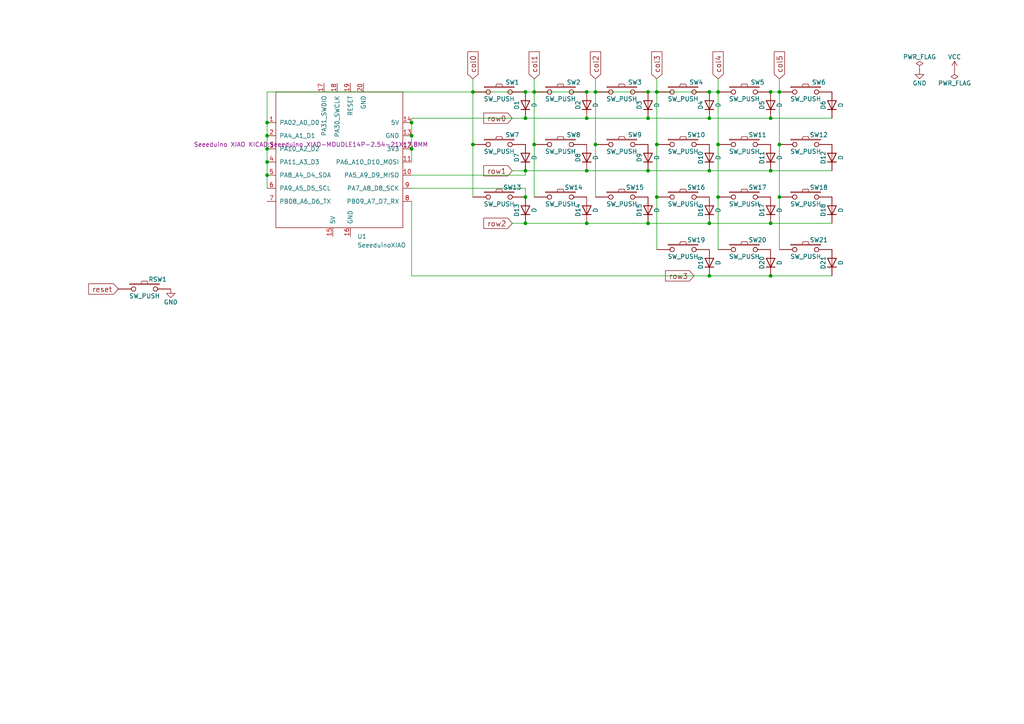
<source format=kicad_sch>
(kicad_sch (version 20211123) (generator eeschema)

  (uuid 1e280ffd-1395-40a5-940b-d30fdbbafa76)

  (paper "A4")

  (title_block
    (title "Corne Classic")
    (date "2018-08-24")
    (rev "2.0")
    (company "foostan")
  )

  (lib_symbols
    (symbol "Device:D" (pin_numbers hide) (pin_names (offset 1.016) hide) (in_bom yes) (on_board yes)
      (property "Reference" "D" (id 0) (at 0 2.54 0)
        (effects (font (size 1.27 1.27)))
      )
      (property "Value" "D" (id 1) (at 0 -2.54 0)
        (effects (font (size 1.27 1.27)))
      )
      (property "Footprint" "" (id 2) (at 0 0 0)
        (effects (font (size 1.27 1.27)) hide)
      )
      (property "Datasheet" "~" (id 3) (at 0 0 0)
        (effects (font (size 1.27 1.27)) hide)
      )
      (property "ki_keywords" "diode" (id 4) (at 0 0 0)
        (effects (font (size 1.27 1.27)) hide)
      )
      (property "ki_description" "Diode" (id 5) (at 0 0 0)
        (effects (font (size 1.27 1.27)) hide)
      )
      (property "ki_fp_filters" "TO-???* *_Diode_* *SingleDiode* D_*" (id 6) (at 0 0 0)
        (effects (font (size 1.27 1.27)) hide)
      )
      (symbol "D_0_1"
        (polyline
          (pts
            (xy -1.27 1.27)
            (xy -1.27 -1.27)
          )
          (stroke (width 0.254) (type default) (color 0 0 0 0))
          (fill (type none))
        )
        (polyline
          (pts
            (xy 1.27 0)
            (xy -1.27 0)
          )
          (stroke (width 0) (type default) (color 0 0 0 0))
          (fill (type none))
        )
        (polyline
          (pts
            (xy 1.27 1.27)
            (xy 1.27 -1.27)
            (xy -1.27 0)
            (xy 1.27 1.27)
          )
          (stroke (width 0.254) (type default) (color 0 0 0 0))
          (fill (type none))
        )
      )
      (symbol "D_1_1"
        (pin passive line (at -3.81 0 0) (length 2.54)
          (name "K" (effects (font (size 1.27 1.27))))
          (number "1" (effects (font (size 1.27 1.27))))
        )
        (pin passive line (at 3.81 0 180) (length 2.54)
          (name "A" (effects (font (size 1.27 1.27))))
          (number "2" (effects (font (size 1.27 1.27))))
        )
      )
    )
    (symbol "Seeeduino XIAO:SeeeduinoXIAO" (pin_names (offset 1.016)) (in_bom yes) (on_board yes)
      (property "Reference" "U" (id 0) (at -19.05 22.86 0)
        (effects (font (size 1.27 1.27)))
      )
      (property "Value" "SeeeduinoXIAO" (id 1) (at -12.7 21.59 0)
        (effects (font (size 1.27 1.27)))
      )
      (property "Footprint" "" (id 2) (at -8.89 5.08 0)
        (effects (font (size 1.27 1.27)) hide)
      )
      (property "Datasheet" "" (id 3) (at -8.89 5.08 0)
        (effects (font (size 1.27 1.27)) hide)
      )
      (symbol "SeeeduinoXIAO_0_1"
        (rectangle (start -19.05 20.32) (end 17.78 -19.05)
          (stroke (width 0) (type default) (color 0 0 0 0))
          (fill (type none))
        )
      )
      (symbol "SeeeduinoXIAO_1_1"
        (pin unspecified line (at -21.59 11.43 0) (length 2.54)
          (name "PA02_A0_D0" (effects (font (size 1.27 1.27))))
          (number "1" (effects (font (size 1.27 1.27))))
        )
        (pin unspecified line (at 20.32 -3.81 180) (length 2.54)
          (name "PA5_A9_D9_MISO" (effects (font (size 1.27 1.27))))
          (number "10" (effects (font (size 1.27 1.27))))
        )
        (pin unspecified line (at 20.32 0 180) (length 2.54)
          (name "PA6_A10_D10_MOSI" (effects (font (size 1.27 1.27))))
          (number "11" (effects (font (size 1.27 1.27))))
        )
        (pin unspecified line (at 20.32 3.81 180) (length 2.54)
          (name "3V3" (effects (font (size 1.27 1.27))))
          (number "12" (effects (font (size 1.27 1.27))))
        )
        (pin unspecified line (at 20.32 7.62 180) (length 2.54)
          (name "GND" (effects (font (size 1.27 1.27))))
          (number "13" (effects (font (size 1.27 1.27))))
        )
        (pin unspecified line (at 20.32 11.43 180) (length 2.54)
          (name "5V" (effects (font (size 1.27 1.27))))
          (number "14" (effects (font (size 1.27 1.27))))
        )
        (pin input line (at -2.54 -21.59 90) (length 2.54)
          (name "5V" (effects (font (size 1.27 1.27))))
          (number "15" (effects (font (size 1.27 1.27))))
        )
        (pin input line (at 2.54 -21.59 90) (length 2.54)
          (name "GND" (effects (font (size 1.27 1.27))))
          (number "16" (effects (font (size 1.27 1.27))))
        )
        (pin input line (at -5.08 22.86 270) (length 2.54)
          (name "PA31_SWDIO" (effects (font (size 1.27 1.27))))
          (number "17" (effects (font (size 1.27 1.27))))
        )
        (pin input line (at -1.27 22.86 270) (length 2.54)
          (name "PA30_SWCLK" (effects (font (size 1.27 1.27))))
          (number "18" (effects (font (size 1.27 1.27))))
        )
        (pin input line (at 2.54 22.86 270) (length 2.54)
          (name "RESET" (effects (font (size 1.27 1.27))))
          (number "19" (effects (font (size 1.27 1.27))))
        )
        (pin unspecified line (at -21.59 7.62 0) (length 2.54)
          (name "PA4_A1_D1" (effects (font (size 1.27 1.27))))
          (number "2" (effects (font (size 1.27 1.27))))
        )
        (pin input line (at 6.35 22.86 270) (length 2.54)
          (name "GND" (effects (font (size 1.27 1.27))))
          (number "20" (effects (font (size 1.27 1.27))))
        )
        (pin unspecified line (at -21.59 3.81 0) (length 2.54)
          (name "PA10_A2_D2" (effects (font (size 1.27 1.27))))
          (number "3" (effects (font (size 1.27 1.27))))
        )
        (pin unspecified line (at -21.59 0 0) (length 2.54)
          (name "PA11_A3_D3" (effects (font (size 1.27 1.27))))
          (number "4" (effects (font (size 1.27 1.27))))
        )
        (pin unspecified line (at -21.59 -3.81 0) (length 2.54)
          (name "PA8_A4_D4_SDA" (effects (font (size 1.27 1.27))))
          (number "5" (effects (font (size 1.27 1.27))))
        )
        (pin unspecified line (at -21.59 -7.62 0) (length 2.54)
          (name "PA9_A5_D5_SCL" (effects (font (size 1.27 1.27))))
          (number "6" (effects (font (size 1.27 1.27))))
        )
        (pin unspecified line (at -21.59 -11.43 0) (length 2.54)
          (name "PB08_A6_D6_TX" (effects (font (size 1.27 1.27))))
          (number "7" (effects (font (size 1.27 1.27))))
        )
        (pin unspecified line (at 20.32 -11.43 180) (length 2.54)
          (name "PB09_A7_D7_RX" (effects (font (size 1.27 1.27))))
          (number "8" (effects (font (size 1.27 1.27))))
        )
        (pin unspecified line (at 20.32 -7.62 180) (length 2.54)
          (name "PA7_A8_D8_SCK" (effects (font (size 1.27 1.27))))
          (number "9" (effects (font (size 1.27 1.27))))
        )
      )
    )
    (symbol "corne-classic-rescue:SW_PUSH-kbd" (pin_numbers hide) (pin_names (offset 1.016) hide) (in_bom yes) (on_board yes)
      (property "Reference" "SW" (id 0) (at 3.81 2.794 0)
        (effects (font (size 1.27 1.27)))
      )
      (property "Value" "SW_PUSH-kbd" (id 1) (at 0 -2.032 0)
        (effects (font (size 1.27 1.27)))
      )
      (property "Footprint" "" (id 2) (at 0 0 0)
        (effects (font (size 1.27 1.27)))
      )
      (property "Datasheet" "" (id 3) (at 0 0 0)
        (effects (font (size 1.27 1.27)))
      )
      (symbol "SW_PUSH-kbd_0_1"
        (rectangle (start -4.318 1.27) (end 4.318 1.524)
          (stroke (width 0) (type default) (color 0 0 0 0))
          (fill (type none))
        )
        (polyline
          (pts
            (xy -1.016 1.524)
            (xy -0.762 2.286)
            (xy 0.762 2.286)
            (xy 1.016 1.524)
          )
          (stroke (width 0) (type default) (color 0 0 0 0))
          (fill (type none))
        )
        (pin passive inverted (at -7.62 0 0) (length 5.08)
          (name "1" (effects (font (size 1.27 1.27))))
          (number "1" (effects (font (size 1.27 1.27))))
        )
        (pin passive inverted (at 7.62 0 180) (length 5.08)
          (name "2" (effects (font (size 1.27 1.27))))
          (number "2" (effects (font (size 1.27 1.27))))
        )
      )
    )
    (symbol "power:GND" (power) (pin_names (offset 0)) (in_bom yes) (on_board yes)
      (property "Reference" "#PWR" (id 0) (at 0 -6.35 0)
        (effects (font (size 1.27 1.27)) hide)
      )
      (property "Value" "GND" (id 1) (at 0 -3.81 0)
        (effects (font (size 1.27 1.27)))
      )
      (property "Footprint" "" (id 2) (at 0 0 0)
        (effects (font (size 1.27 1.27)) hide)
      )
      (property "Datasheet" "" (id 3) (at 0 0 0)
        (effects (font (size 1.27 1.27)) hide)
      )
      (property "ki_keywords" "power-flag" (id 4) (at 0 0 0)
        (effects (font (size 1.27 1.27)) hide)
      )
      (property "ki_description" "Power symbol creates a global label with name \"GND\" , ground" (id 5) (at 0 0 0)
        (effects (font (size 1.27 1.27)) hide)
      )
      (symbol "GND_0_1"
        (polyline
          (pts
            (xy 0 0)
            (xy 0 -1.27)
            (xy 1.27 -1.27)
            (xy 0 -2.54)
            (xy -1.27 -1.27)
            (xy 0 -1.27)
          )
          (stroke (width 0) (type default) (color 0 0 0 0))
          (fill (type none))
        )
      )
      (symbol "GND_1_1"
        (pin power_in line (at 0 0 270) (length 0) hide
          (name "GND" (effects (font (size 1.27 1.27))))
          (number "1" (effects (font (size 1.27 1.27))))
        )
      )
    )
    (symbol "power:PWR_FLAG" (power) (pin_numbers hide) (pin_names (offset 0) hide) (in_bom yes) (on_board yes)
      (property "Reference" "#FLG" (id 0) (at 0 1.905 0)
        (effects (font (size 1.27 1.27)) hide)
      )
      (property "Value" "PWR_FLAG" (id 1) (at 0 3.81 0)
        (effects (font (size 1.27 1.27)))
      )
      (property "Footprint" "" (id 2) (at 0 0 0)
        (effects (font (size 1.27 1.27)) hide)
      )
      (property "Datasheet" "~" (id 3) (at 0 0 0)
        (effects (font (size 1.27 1.27)) hide)
      )
      (property "ki_keywords" "power-flag" (id 4) (at 0 0 0)
        (effects (font (size 1.27 1.27)) hide)
      )
      (property "ki_description" "Special symbol for telling ERC where power comes from" (id 5) (at 0 0 0)
        (effects (font (size 1.27 1.27)) hide)
      )
      (symbol "PWR_FLAG_0_0"
        (pin power_out line (at 0 0 90) (length 0)
          (name "pwr" (effects (font (size 1.27 1.27))))
          (number "1" (effects (font (size 1.27 1.27))))
        )
      )
      (symbol "PWR_FLAG_0_1"
        (polyline
          (pts
            (xy 0 0)
            (xy 0 1.27)
            (xy -1.016 1.905)
            (xy 0 2.54)
            (xy 1.016 1.905)
            (xy 0 1.27)
          )
          (stroke (width 0) (type default) (color 0 0 0 0))
          (fill (type none))
        )
      )
    )
    (symbol "power:VCC" (power) (pin_names (offset 0)) (in_bom yes) (on_board yes)
      (property "Reference" "#PWR" (id 0) (at 0 -3.81 0)
        (effects (font (size 1.27 1.27)) hide)
      )
      (property "Value" "VCC" (id 1) (at 0 3.81 0)
        (effects (font (size 1.27 1.27)))
      )
      (property "Footprint" "" (id 2) (at 0 0 0)
        (effects (font (size 1.27 1.27)) hide)
      )
      (property "Datasheet" "" (id 3) (at 0 0 0)
        (effects (font (size 1.27 1.27)) hide)
      )
      (property "ki_keywords" "power-flag" (id 4) (at 0 0 0)
        (effects (font (size 1.27 1.27)) hide)
      )
      (property "ki_description" "Power symbol creates a global label with name \"VCC\"" (id 5) (at 0 0 0)
        (effects (font (size 1.27 1.27)) hide)
      )
      (symbol "VCC_0_1"
        (polyline
          (pts
            (xy -0.762 1.27)
            (xy 0 2.54)
          )
          (stroke (width 0) (type default) (color 0 0 0 0))
          (fill (type none))
        )
        (polyline
          (pts
            (xy 0 0)
            (xy 0 2.54)
          )
          (stroke (width 0) (type default) (color 0 0 0 0))
          (fill (type none))
        )
        (polyline
          (pts
            (xy 0 2.54)
            (xy 0.762 1.27)
          )
          (stroke (width 0) (type default) (color 0 0 0 0))
          (fill (type none))
        )
      )
      (symbol "VCC_1_1"
        (pin power_in line (at 0 0 90) (length 0) hide
          (name "VCC" (effects (font (size 1.27 1.27))))
          (number "1" (effects (font (size 1.27 1.27))))
        )
      )
    )
  )

  (junction (at 77.47 35.56) (diameter 0) (color 0 0 0 0)
    (uuid 0897f68b-91ef-46f2-a490-76fe0e7bdb8d)
  )
  (junction (at 226.06 26.67) (diameter 0) (color 0 0 0 0)
    (uuid 0f7a31a1-131a-41f4-b0c8-d197290ef249)
  )
  (junction (at 208.28 57.15) (diameter 0) (color 0 0 0 0)
    (uuid 10e66d38-7f93-4748-9a07-ccebece37c29)
  )
  (junction (at 223.52 34.29) (diameter 0) (color 0 0 0 0)
    (uuid 160804b6-2038-490d-90b3-0771f197fd75)
  )
  (junction (at 208.28 26.67) (diameter 0) (color 0 0 0 0)
    (uuid 1acd1cd0-2d6c-4832-9b6c-3ef1af8773f8)
  )
  (junction (at 190.5 57.15) (diameter 0) (color 0 0 0 0)
    (uuid 1ba18bdd-f8ed-430a-be21-e9b6a7dd0ef6)
  )
  (junction (at 77.47 50.8) (diameter 0) (color 0 0 0 0)
    (uuid 2002f1fe-d690-4c3a-9a0f-a4df180ccb4d)
  )
  (junction (at 77.47 39.37) (diameter 0) (color 0 0 0 0)
    (uuid 22be6435-2931-4ba2-99f6-0c6a7d1daf0e)
  )
  (junction (at 187.96 64.77) (diameter 0) (color 0 0 0 0)
    (uuid 2c636696-abb2-4ec6-8b49-e3cfc2fd128f)
  )
  (junction (at 187.96 34.29) (diameter 0) (color 0 0 0 0)
    (uuid 2f1c5379-d58e-4579-8f34-610c85611f0d)
  )
  (junction (at 223.52 64.77) (diameter 0) (color 0 0 0 0)
    (uuid 2f8ed32e-9cf1-4f55-9502-f2ee5aa38c7e)
  )
  (junction (at 205.74 64.77) (diameter 0) (color 0 0 0 0)
    (uuid 3d7260e7-78ba-44b9-b006-f1c24bea106c)
  )
  (junction (at 77.47 43.18) (diameter 0) (color 0 0 0 0)
    (uuid 3ddeaab1-abd9-482c-8f0d-a9c98879d7f0)
  )
  (junction (at 154.94 41.91) (diameter 0) (color 0 0 0 0)
    (uuid 40933114-4ee7-4897-9d6e-78fd023e1d67)
  )
  (junction (at 223.52 80.01) (diameter 0) (color 0 0 0 0)
    (uuid 4158b999-b1ac-4e13-9491-4acfa6a6244e)
  )
  (junction (at 154.94 26.67) (diameter 0) (color 0 0 0 0)
    (uuid 425ee43c-b0f1-47e4-91c7-e8aa39e84098)
  )
  (junction (at 226.06 57.15) (diameter 0) (color 0 0 0 0)
    (uuid 44988a2c-1fdf-47e1-8ec6-bc3bf4791bdc)
  )
  (junction (at 208.28 41.91) (diameter 0) (color 0 0 0 0)
    (uuid 48f65dbf-fea3-4a21-a497-35a9cf350d2d)
  )
  (junction (at 119.38 35.56) (diameter 0) (color 0 0 0 0)
    (uuid 4bd2bfd2-59b6-4204-ac33-b128de5c5f96)
  )
  (junction (at 170.18 64.77) (diameter 0) (color 0 0 0 0)
    (uuid 55fddf96-2d62-4b77-bd07-6e32776100f6)
  )
  (junction (at 223.52 26.67) (diameter 0) (color 0 0 0 0)
    (uuid 626faa4a-8588-40e8-b331-043d8c3d3bfb)
  )
  (junction (at 205.74 80.01) (diameter 0) (color 0 0 0 0)
    (uuid 66b5e076-bef1-427c-9117-e851ff276163)
  )
  (junction (at 152.4 64.77) (diameter 0) (color 0 0 0 0)
    (uuid 6bd4e9cf-c219-4645-a62a-c7aa3af7c31c)
  )
  (junction (at 152.4 26.67) (diameter 0) (color 0 0 0 0)
    (uuid 6dd0f6af-85cd-4a63-87c6-4c685e1a7b43)
  )
  (junction (at 187.96 49.53) (diameter 0) (color 0 0 0 0)
    (uuid 72f36c34-de05-46dd-9743-5455cabd2e34)
  )
  (junction (at 205.74 49.53) (diameter 0) (color 0 0 0 0)
    (uuid 75f84286-cea4-48b1-a3bf-2d4342117eb6)
  )
  (junction (at 205.74 34.29) (diameter 0) (color 0 0 0 0)
    (uuid 826f86f6-7d5a-4763-8094-b76f57004604)
  )
  (junction (at 205.74 26.67) (diameter 0) (color 0 0 0 0)
    (uuid 8481ab93-08bf-4d1f-810b-dbf0422a2a5e)
  )
  (junction (at 190.5 26.67) (diameter 0) (color 0 0 0 0)
    (uuid 884855da-303d-4f27-b30f-99a99853d571)
  )
  (junction (at 152.4 34.29) (diameter 0) (color 0 0 0 0)
    (uuid 9432e3b7-607a-4e1e-a117-68464504c280)
  )
  (junction (at 152.4 49.53) (diameter 0) (color 0 0 0 0)
    (uuid a0b84d7d-0bd2-40e1-861c-fb03f144eb95)
  )
  (junction (at 223.52 49.53) (diameter 0) (color 0 0 0 0)
    (uuid af12c6c3-1387-46ab-9d8c-c29c2c5d2bf3)
  )
  (junction (at 137.16 26.67) (diameter 0) (color 0 0 0 0)
    (uuid af59b8f9-deb6-442d-9e2c-cd372bba7170)
  )
  (junction (at 190.5 41.91) (diameter 0) (color 0 0 0 0)
    (uuid b121e5b4-0d1c-47e3-9acf-424eb058ddc7)
  )
  (junction (at 170.18 26.67) (diameter 0) (color 0 0 0 0)
    (uuid bbbde949-3164-4e33-a026-d8665a5de2bc)
  )
  (junction (at 77.47 46.99) (diameter 0) (color 0 0 0 0)
    (uuid bd39dd8a-cd2d-4c19-bb31-d9ad0e68e2e1)
  )
  (junction (at 187.96 26.67) (diameter 0) (color 0 0 0 0)
    (uuid c0bcd972-c040-4416-ac9c-96b2a1182626)
  )
  (junction (at 170.18 34.29) (diameter 0) (color 0 0 0 0)
    (uuid cbed0f32-1d4d-4262-90ae-80f1aa1ac00e)
  )
  (junction (at 172.72 26.67) (diameter 0) (color 0 0 0 0)
    (uuid ce88e83f-ef1b-47a5-8054-4a4812ffbfdc)
  )
  (junction (at 226.06 41.91) (diameter 0) (color 0 0 0 0)
    (uuid d22f06ba-03e8-4dfa-ac28-8b24e82091ba)
  )
  (junction (at 152.4 57.15) (diameter 0) (color 0 0 0 0)
    (uuid e8c47d6f-e4c4-4f16-8153-7b9125fce49e)
  )
  (junction (at 119.38 43.18) (diameter 0) (color 0 0 0 0)
    (uuid eeb57790-39ab-498c-a0ad-54c19ab66bef)
  )
  (junction (at 137.16 41.91) (diameter 0) (color 0 0 0 0)
    (uuid f0841946-b5e2-47c1-8735-5596c37b73c7)
  )
  (junction (at 119.38 39.37) (diameter 0) (color 0 0 0 0)
    (uuid f96df228-4476-4af6-8660-4b974e9eec08)
  )
  (junction (at 172.72 41.91) (diameter 0) (color 0 0 0 0)
    (uuid fa2f7d97-c579-4cdf-8393-c9f6b70c4e32)
  )
  (junction (at 170.18 49.53) (diameter 0) (color 0 0 0 0)
    (uuid fc58873d-8764-4778-afa3-233cfb5be235)
  )

  (wire (pts (xy 148.59 49.53) (xy 152.4 49.53))
    (stroke (width 0) (type default) (color 0 0 0 0))
    (uuid 0083ed4b-2932-4e6b-a1b0-d28cd4e39ed4)
  )
  (wire (pts (xy 187.96 64.77) (xy 205.74 64.77))
    (stroke (width 0) (type default) (color 0 0 0 0))
    (uuid 00cfa32f-aaf0-4c7c-a996-6d6067ed680c)
  )
  (wire (pts (xy 187.96 49.53) (xy 205.74 49.53))
    (stroke (width 0) (type default) (color 0 0 0 0))
    (uuid 0375aa77-74da-4e08-99b2-f65823edc6da)
  )
  (wire (pts (xy 137.16 26.67) (xy 137.16 41.91))
    (stroke (width 0) (type default) (color 0 0 0 0))
    (uuid 0b08cc0c-8ed5-4619-bff4-a0461f298cf3)
  )
  (wire (pts (xy 190.5 26.67) (xy 190.5 41.91))
    (stroke (width 0) (type default) (color 0 0 0 0))
    (uuid 1fd1808c-dbdf-4111-be1f-8f7321f87fa2)
  )
  (wire (pts (xy 223.52 64.77) (xy 241.3 64.77))
    (stroke (width 0) (type default) (color 0 0 0 0))
    (uuid 2175dcab-a6b7-4f74-871b-e6aaf4f46441)
  )
  (wire (pts (xy 77.47 50.8) (xy 77.47 54.61))
    (stroke (width 0) (type default) (color 0 0 0 0))
    (uuid 2312022b-735f-4ea6-9153-a77d264f0bf0)
  )
  (wire (pts (xy 154.94 22.86) (xy 154.94 26.67))
    (stroke (width 0) (type default) (color 0 0 0 0))
    (uuid 274fdb9e-527f-4476-879a-30bce1c7ef8a)
  )
  (wire (pts (xy 119.38 80.01) (xy 205.74 80.01))
    (stroke (width 0) (type default) (color 0 0 0 0))
    (uuid 293a663f-a66c-40ca-8cfe-ecceaa98bc86)
  )
  (wire (pts (xy 208.28 41.91) (xy 208.28 57.15))
    (stroke (width 0) (type default) (color 0 0 0 0))
    (uuid 2e37fe2d-af4b-4cad-aaf0-3d2daf9544c6)
  )
  (wire (pts (xy 77.47 35.56) (xy 77.47 26.67))
    (stroke (width 0) (type default) (color 0 0 0 0))
    (uuid 2f2a5af0-fda7-4d94-907d-a5d969b3125a)
  )
  (wire (pts (xy 172.72 41.91) (xy 172.72 57.15))
    (stroke (width 0) (type default) (color 0 0 0 0))
    (uuid 31ec4a44-f253-4f06-a38b-e4652425d6f4)
  )
  (wire (pts (xy 154.94 41.91) (xy 154.94 57.15))
    (stroke (width 0) (type default) (color 0 0 0 0))
    (uuid 32c24569-af21-47f8-b2f6-499119d926c8)
  )
  (wire (pts (xy 205.74 34.29) (xy 223.52 34.29))
    (stroke (width 0) (type default) (color 0 0 0 0))
    (uuid 33e43625-3a2a-4697-b239-0dd07d97ff7c)
  )
  (wire (pts (xy 172.72 26.67) (xy 172.72 41.91))
    (stroke (width 0) (type default) (color 0 0 0 0))
    (uuid 355ac50c-97be-4e1b-9907-37aa639ae624)
  )
  (wire (pts (xy 119.38 34.29) (xy 152.4 34.29))
    (stroke (width 0) (type default) (color 0 0 0 0))
    (uuid 37d8d5b6-a740-4543-9138-aeb552299433)
  )
  (wire (pts (xy 119.38 35.56) (xy 119.38 34.29))
    (stroke (width 0) (type default) (color 0 0 0 0))
    (uuid 3f95c9b8-6a48-4dee-9bad-0b1170ccb13c)
  )
  (wire (pts (xy 170.18 34.29) (xy 187.96 34.29))
    (stroke (width 0) (type default) (color 0 0 0 0))
    (uuid 435f280b-b541-4a20-8f5a-cf417264bbf4)
  )
  (wire (pts (xy 77.47 46.99) (xy 77.47 50.8))
    (stroke (width 0) (type default) (color 0 0 0 0))
    (uuid 441e9dd0-c462-443e-9e43-f47df9050bdf)
  )
  (wire (pts (xy 205.74 26.67) (xy 208.28 26.67))
    (stroke (width 0) (type default) (color 0 0 0 0))
    (uuid 4497d799-df94-4a1a-a812-8ea535b30260)
  )
  (wire (pts (xy 77.47 43.18) (xy 77.47 46.99))
    (stroke (width 0) (type default) (color 0 0 0 0))
    (uuid 468f699d-0ec1-430a-8aef-2ed9fba78721)
  )
  (wire (pts (xy 170.18 64.77) (xy 187.96 64.77))
    (stroke (width 0) (type default) (color 0 0 0 0))
    (uuid 53bc6937-bb28-4a3e-a5da-dbbd771d3fa5)
  )
  (wire (pts (xy 77.47 26.67) (xy 137.16 26.67))
    (stroke (width 0) (type default) (color 0 0 0 0))
    (uuid 5570ea02-a068-4aaa-b80d-6de64a7607f1)
  )
  (wire (pts (xy 148.59 64.77) (xy 152.4 64.77))
    (stroke (width 0) (type default) (color 0 0 0 0))
    (uuid 568ab366-419d-4f83-b485-3a49663c465c)
  )
  (wire (pts (xy 152.4 26.67) (xy 154.94 26.67))
    (stroke (width 0) (type default) (color 0 0 0 0))
    (uuid 5701eac0-dd5c-4a0f-8f82-04c19c01d854)
  )
  (wire (pts (xy 137.16 26.67) (xy 152.4 26.67))
    (stroke (width 0) (type default) (color 0 0 0 0))
    (uuid 5b8d3e8a-0e02-49d4-b698-141b9ab0386f)
  )
  (wire (pts (xy 205.74 80.01) (xy 223.52 80.01))
    (stroke (width 0) (type default) (color 0 0 0 0))
    (uuid 5d4fb932-e45d-4463-a18b-b4458fd55b06)
  )
  (wire (pts (xy 170.18 49.53) (xy 187.96 49.53))
    (stroke (width 0) (type default) (color 0 0 0 0))
    (uuid 63cdea44-1a2c-47d2-b246-71a9bbc8e3fb)
  )
  (wire (pts (xy 172.72 26.67) (xy 187.96 26.67))
    (stroke (width 0) (type default) (color 0 0 0 0))
    (uuid 6523d94a-2a08-4d25-9a01-c40e1234c3b7)
  )
  (wire (pts (xy 223.52 34.29) (xy 241.3 34.29))
    (stroke (width 0) (type default) (color 0 0 0 0))
    (uuid 68c2e84d-f71e-4bde-abe2-93d45556ea92)
  )
  (wire (pts (xy 226.06 57.15) (xy 226.06 72.39))
    (stroke (width 0) (type default) (color 0 0 0 0))
    (uuid 71ab8b51-0882-4931-acdf-da6fe095d826)
  )
  (wire (pts (xy 119.38 58.42) (xy 119.38 80.01))
    (stroke (width 0) (type default) (color 0 0 0 0))
    (uuid 7973d876-5ffa-481f-ab6d-98e85e906c60)
  )
  (wire (pts (xy 152.4 49.53) (xy 170.18 49.53))
    (stroke (width 0) (type default) (color 0 0 0 0))
    (uuid 7e8ade2c-1a83-436a-a5ef-3397c7137506)
  )
  (wire (pts (xy 152.4 64.77) (xy 170.18 64.77))
    (stroke (width 0) (type default) (color 0 0 0 0))
    (uuid 7ea26876-2445-4e14-8531-fbc8f5930ea1)
  )
  (wire (pts (xy 152.4 34.29) (xy 170.18 34.29))
    (stroke (width 0) (type default) (color 0 0 0 0))
    (uuid 82d2ea52-f855-431f-9825-e6533fbb4a33)
  )
  (wire (pts (xy 190.5 41.91) (xy 190.5 57.15))
    (stroke (width 0) (type default) (color 0 0 0 0))
    (uuid 88c21f82-e8e9-4a63-9d17-2fdcac84d984)
  )
  (wire (pts (xy 223.52 80.01) (xy 241.3 80.01))
    (stroke (width 0) (type default) (color 0 0 0 0))
    (uuid 8f08755f-4eb8-49cf-aee0-0edcee6188b6)
  )
  (wire (pts (xy 137.16 22.86) (xy 137.16 26.67))
    (stroke (width 0) (type default) (color 0 0 0 0))
    (uuid 8f59608c-3f16-41cc-b3ba-32e942c68796)
  )
  (wire (pts (xy 208.28 26.67) (xy 208.28 41.91))
    (stroke (width 0) (type default) (color 0 0 0 0))
    (uuid 910c7edc-991a-42c6-a872-6b530cabc657)
  )
  (wire (pts (xy 208.28 57.15) (xy 208.28 72.39))
    (stroke (width 0) (type default) (color 0 0 0 0))
    (uuid 95e8a4c1-15d6-430f-81e5-71611b339836)
  )
  (wire (pts (xy 152.4 54.61) (xy 152.4 57.15))
    (stroke (width 0) (type default) (color 0 0 0 0))
    (uuid 994d4c11-f7ef-41db-baa8-53e057a79800)
  )
  (wire (pts (xy 226.06 22.86) (xy 226.06 26.67))
    (stroke (width 0) (type default) (color 0 0 0 0))
    (uuid 999f6ffa-2af5-4a52-9177-3265ec6073af)
  )
  (wire (pts (xy 187.96 34.29) (xy 205.74 34.29))
    (stroke (width 0) (type default) (color 0 0 0 0))
    (uuid 9abb96da-3047-4997-a469-697f6946ce5b)
  )
  (wire (pts (xy 190.5 26.67) (xy 205.74 26.67))
    (stroke (width 0) (type default) (color 0 0 0 0))
    (uuid 9f80d19b-aa6a-4a8f-856f-51d4e4d15a12)
  )
  (wire (pts (xy 119.38 39.37) (xy 119.38 35.56))
    (stroke (width 0) (type default) (color 0 0 0 0))
    (uuid a02c1a1b-e2e4-4a6d-9985-6db0d41ca40e)
  )
  (wire (pts (xy 208.28 22.86) (xy 208.28 26.67))
    (stroke (width 0) (type default) (color 0 0 0 0))
    (uuid ab699385-6cd2-4388-a8ee-98a6ba59f0c0)
  )
  (wire (pts (xy 119.38 43.18) (xy 119.38 39.37))
    (stroke (width 0) (type default) (color 0 0 0 0))
    (uuid b9883ca9-35e3-416f-a38f-6a10d63b6609)
  )
  (wire (pts (xy 226.06 26.67) (xy 226.06 41.91))
    (stroke (width 0) (type default) (color 0 0 0 0))
    (uuid bd5cb62b-87e9-4249-89c5-68981ec2d763)
  )
  (wire (pts (xy 170.18 26.67) (xy 172.72 26.67))
    (stroke (width 0) (type default) (color 0 0 0 0))
    (uuid c2b9bd4b-cc10-4771-aa5b-436ae8fc14f7)
  )
  (wire (pts (xy 205.74 49.53) (xy 223.52 49.53))
    (stroke (width 0) (type default) (color 0 0 0 0))
    (uuid c3bed5b1-cdda-4543-bd4c-ddc4d176c90a)
  )
  (wire (pts (xy 154.94 26.67) (xy 170.18 26.67))
    (stroke (width 0) (type default) (color 0 0 0 0))
    (uuid c65e303d-5859-4e78-8b0f-b50280eb4a79)
  )
  (wire (pts (xy 205.74 64.77) (xy 223.52 64.77))
    (stroke (width 0) (type default) (color 0 0 0 0))
    (uuid c80e8140-83ac-4a74-a606-09e562894dda)
  )
  (wire (pts (xy 152.4 49.53) (xy 152.4 50.8))
    (stroke (width 0) (type default) (color 0 0 0 0))
    (uuid c8db8276-aecf-4eb4-b69f-aaff5b5aef1f)
  )
  (wire (pts (xy 77.47 39.37) (xy 77.47 35.56))
    (stroke (width 0) (type default) (color 0 0 0 0))
    (uuid d2e37af0-0909-4259-a70b-e00cee04ef2f)
  )
  (wire (pts (xy 137.16 41.91) (xy 137.16 57.15))
    (stroke (width 0) (type default) (color 0 0 0 0))
    (uuid d7b22dcc-208f-4760-b43a-06391e46798b)
  )
  (wire (pts (xy 119.38 46.99) (xy 119.38 43.18))
    (stroke (width 0) (type default) (color 0 0 0 0))
    (uuid de78f3df-bbd4-4e57-a748-163c814c319b)
  )
  (wire (pts (xy 77.47 39.37) (xy 77.47 43.18))
    (stroke (width 0) (type default) (color 0 0 0 0))
    (uuid e092a7c0-6d41-41d7-ac24-6178ddd7ac82)
  )
  (wire (pts (xy 152.4 48.26) (xy 152.4 49.53))
    (stroke (width 0) (type default) (color 0 0 0 0))
    (uuid e0d973c3-e7d6-438a-b24a-105b63597179)
  )
  (wire (pts (xy 190.5 57.15) (xy 190.5 72.39))
    (stroke (width 0) (type default) (color 0 0 0 0))
    (uuid e366e8e9-c3c1-4f4c-9751-e6e595363edf)
  )
  (wire (pts (xy 119.38 54.61) (xy 152.4 54.61))
    (stroke (width 0) (type default) (color 0 0 0 0))
    (uuid e3ae5234-9d0b-4fd4-be6f-8df9980b2965)
  )
  (wire (pts (xy 190.5 22.86) (xy 190.5 26.67))
    (stroke (width 0) (type default) (color 0 0 0 0))
    (uuid e4a98dc2-a91a-4679-907e-95411728ea19)
  )
  (wire (pts (xy 187.96 26.67) (xy 190.5 26.67))
    (stroke (width 0) (type default) (color 0 0 0 0))
    (uuid e6df71df-1b28-4403-82ee-82ed3359b5d7)
  )
  (wire (pts (xy 154.94 26.67) (xy 154.94 41.91))
    (stroke (width 0) (type default) (color 0 0 0 0))
    (uuid e8303294-8280-4695-9fe4-847be14637d0)
  )
  (wire (pts (xy 172.72 22.86) (xy 172.72 26.67))
    (stroke (width 0) (type default) (color 0 0 0 0))
    (uuid e8989e2c-425a-4ce4-a8ab-85ed85110ee2)
  )
  (wire (pts (xy 226.06 41.91) (xy 226.06 57.15))
    (stroke (width 0) (type default) (color 0 0 0 0))
    (uuid f166a551-7251-4d30-9700-46b0163e13db)
  )
  (wire (pts (xy 223.52 26.67) (xy 226.06 26.67))
    (stroke (width 0) (type default) (color 0 0 0 0))
    (uuid f6817d8f-0383-4d09-8c8e-85c416ac512f)
  )
  (wire (pts (xy 223.52 49.53) (xy 241.3 49.53))
    (stroke (width 0) (type default) (color 0 0 0 0))
    (uuid fa2cc3e0-bbfe-4e55-a5cd-b58ef026fe0f)
  )
  (wire (pts (xy 119.38 50.8) (xy 152.4 50.8))
    (stroke (width 0) (type default) (color 0 0 0 0))
    (uuid fdbfb046-092b-412b-8c94-938fe9334b5b)
  )

  (global_label "col0" (shape input) (at 137.16 22.86 90) (fields_autoplaced)
    (effects (font (size 1.524 1.524)) (justify left))
    (uuid 0dd13fbc-458b-4e21-a3d6-d41c5cc7961f)
    (property "Intersheet References" "${INTERSHEET_REFS}" (id 0) (at 0 0 0)
      (effects (font (size 1.27 1.27)) hide)
    )
  )
  (global_label "col2" (shape input) (at 172.72 22.86 90) (fields_autoplaced)
    (effects (font (size 1.524 1.524)) (justify left))
    (uuid 375095b7-47aa-428c-b952-64c59d3c85de)
    (property "Intersheet References" "${INTERSHEET_REFS}" (id 0) (at 0 0 0)
      (effects (font (size 1.27 1.27)) hide)
    )
  )
  (global_label "row2" (shape input) (at 148.59 64.77 180) (fields_autoplaced)
    (effects (font (size 1.524 1.524)) (justify right))
    (uuid 3a56d963-87fb-4b0d-84f9-79b998d3e639)
    (property "Intersheet References" "${INTERSHEET_REFS}" (id 0) (at 0 0 0)
      (effects (font (size 1.27 1.27)) hide)
    )
  )
  (global_label "row0" (shape input) (at 148.59 34.29 180) (fields_autoplaced)
    (effects (font (size 1.524 1.524)) (justify right))
    (uuid 55b95074-dbb6-4c60-8298-0b66edb378da)
    (property "Intersheet References" "${INTERSHEET_REFS}" (id 0) (at 0 0 0)
      (effects (font (size 1.27 1.27)) hide)
    )
  )
  (global_label "col5" (shape input) (at 226.06 22.86 90) (fields_autoplaced)
    (effects (font (size 1.524 1.524)) (justify left))
    (uuid 57476051-7343-4ed4-a3e1-77055e5e7dab)
    (property "Intersheet References" "${INTERSHEET_REFS}" (id 0) (at 0 0 0)
      (effects (font (size 1.27 1.27)) hide)
    )
  )
  (global_label "reset" (shape input) (at 34.29 83.82 180) (fields_autoplaced)
    (effects (font (size 1.524 1.524)) (justify right))
    (uuid 69479fb5-1590-4af0-bb77-00ae20729963)
    (property "Intersheet References" "${INTERSHEET_REFS}" (id 0) (at 0 0 0)
      (effects (font (size 1.27 1.27)) hide)
    )
  )
  (global_label "col4" (shape input) (at 208.28 22.86 90) (fields_autoplaced)
    (effects (font (size 1.524 1.524)) (justify left))
    (uuid 72e428de-ccc1-42b1-94f6-7689e143cb7d)
    (property "Intersheet References" "${INTERSHEET_REFS}" (id 0) (at 0 0 0)
      (effects (font (size 1.27 1.27)) hide)
    )
  )
  (global_label "row3" (shape input) (at 201.295 80.01 180) (fields_autoplaced)
    (effects (font (size 1.524 1.524)) (justify right))
    (uuid 8111bc26-2106-4b82-b9f8-6068dc983f21)
    (property "Intersheet References" "${INTERSHEET_REFS}" (id 0) (at 0 0 0)
      (effects (font (size 1.27 1.27)) hide)
    )
  )
  (global_label "row1" (shape input) (at 148.59 49.53 180) (fields_autoplaced)
    (effects (font (size 1.524 1.524)) (justify right))
    (uuid 96f7f63d-2a77-4d5b-bf32-537d9a20870b)
    (property "Intersheet References" "${INTERSHEET_REFS}" (id 0) (at 0 0 0)
      (effects (font (size 1.27 1.27)) hide)
    )
  )
  (global_label "col3" (shape input) (at 190.5 22.86 90) (fields_autoplaced)
    (effects (font (size 1.524 1.524)) (justify left))
    (uuid 98eab465-3d8f-4447-8ed9-ab5a1fc08bb3)
    (property "Intersheet References" "${INTERSHEET_REFS}" (id 0) (at 0 0 0)
      (effects (font (size 1.27 1.27)) hide)
    )
  )
  (global_label "col1" (shape input) (at 154.94 22.86 90) (fields_autoplaced)
    (effects (font (size 1.524 1.524)) (justify left))
    (uuid ab54acbc-1597-4d72-bf74-7fc7c5b30071)
    (property "Intersheet References" "${INTERSHEET_REFS}" (id 0) (at 0 0 0)
      (effects (font (size 1.27 1.27)) hide)
    )
  )

  (symbol (lib_id "corne-classic-rescue:SW_PUSH-kbd") (at 162.56 26.67 0) (unit 1)
    (in_bom yes) (on_board yes)
    (uuid 00000000-0000-0000-0000-00005a5e2699)
    (property "Reference" "SW2" (id 0) (at 166.37 23.876 0))
    (property "Value" "SW_PUSH" (id 1) (at 162.56 28.702 0))
    (property "Footprint" "kbd:MX_ALPS_PG1350_noLed" (id 2) (at 162.56 26.67 0)
      (effects (font (size 1.27 1.27)) hide)
    )
    (property "Datasheet" "" (id 3) (at 162.56 26.67 0))
    (pin "1" (uuid 5124eb47-f7a6-4598-b0d0-6ab2d6423cf3))
    (pin "2" (uuid 7725d53a-1998-44e4-a50b-fbb6fbf4aba8))
  )

  (symbol (lib_id "Device:D") (at 170.18 30.48 90) (unit 1)
    (in_bom yes) (on_board yes)
    (uuid 00000000-0000-0000-0000-00005a5e26c6)
    (property "Reference" "D2" (id 0) (at 167.64 30.48 0))
    (property "Value" "D" (id 1) (at 172.72 30.48 0))
    (property "Footprint" "kbd:D3_TH_SMD" (id 2) (at 170.18 30.48 0)
      (effects (font (size 1.27 1.27)) hide)
    )
    (property "Datasheet" "" (id 3) (at 170.18 30.48 0)
      (effects (font (size 1.27 1.27)) hide)
    )
    (pin "1" (uuid 5aded7a4-c2ad-4aae-aa36-53c36888c567))
    (pin "2" (uuid 787e5c5c-d65e-4df9-8bae-410f18476cdc))
  )

  (symbol (lib_id "corne-classic-rescue:SW_PUSH-kbd") (at 180.34 26.67 0) (unit 1)
    (in_bom yes) (on_board yes)
    (uuid 00000000-0000-0000-0000-00005a5e27f9)
    (property "Reference" "SW3" (id 0) (at 184.15 23.876 0))
    (property "Value" "SW_PUSH" (id 1) (at 180.34 28.702 0))
    (property "Footprint" "kbd:MX_ALPS_PG1350_noLed" (id 2) (at 180.34 26.67 0)
      (effects (font (size 1.27 1.27)) hide)
    )
    (property "Datasheet" "" (id 3) (at 180.34 26.67 0))
    (pin "1" (uuid 49f4d15c-088e-4399-9487-368662a6cff1))
    (pin "2" (uuid c18dbd7a-8957-471f-839b-e1482930b43d))
  )

  (symbol (lib_id "Device:D") (at 187.96 30.48 90) (unit 1)
    (in_bom yes) (on_board yes)
    (uuid 00000000-0000-0000-0000-00005a5e281f)
    (property "Reference" "D3" (id 0) (at 185.42 30.48 0))
    (property "Value" "D" (id 1) (at 190.5 30.48 0))
    (property "Footprint" "kbd:D3_TH_SMD" (id 2) (at 187.96 30.48 0)
      (effects (font (size 1.27 1.27)) hide)
    )
    (property "Datasheet" "" (id 3) (at 187.96 30.48 0)
      (effects (font (size 1.27 1.27)) hide)
    )
    (pin "1" (uuid 1aade4aa-07df-4a27-90b1-474a7c51eb18))
    (pin "2" (uuid 7c6ecf05-8e66-4f41-a3f8-463f06ffa176))
  )

  (symbol (lib_id "corne-classic-rescue:SW_PUSH-kbd") (at 198.12 26.67 0) (unit 1)
    (in_bom yes) (on_board yes)
    (uuid 00000000-0000-0000-0000-00005a5e2908)
    (property "Reference" "SW4" (id 0) (at 201.93 23.876 0))
    (property "Value" "SW_PUSH" (id 1) (at 198.12 28.702 0))
    (property "Footprint" "kbd:MX_ALPS_PG1350_noLed" (id 2) (at 198.12 26.67 0)
      (effects (font (size 1.27 1.27)) hide)
    )
    (property "Datasheet" "" (id 3) (at 198.12 26.67 0))
    (pin "1" (uuid 2a918491-f653-41dd-9ae7-2fb7440356db))
    (pin "2" (uuid 205c1d6c-5206-47cc-acc1-76348f695a9a))
  )

  (symbol (lib_id "corne-classic-rescue:SW_PUSH-kbd") (at 215.9 26.67 0) (unit 1)
    (in_bom yes) (on_board yes)
    (uuid 00000000-0000-0000-0000-00005a5e2933)
    (property "Reference" "SW5" (id 0) (at 219.71 23.876 0))
    (property "Value" "SW_PUSH" (id 1) (at 215.9 28.702 0))
    (property "Footprint" "kbd:MX_ALPS_PG1350_noLed" (id 2) (at 215.9 26.67 0)
      (effects (font (size 1.27 1.27)) hide)
    )
    (property "Datasheet" "" (id 3) (at 215.9 26.67 0))
    (pin "1" (uuid a7a5aaf5-6908-4d1e-af6d-b18d6e92ffcc))
    (pin "2" (uuid b1dd6029-6d42-418a-825f-2084bcf87711))
  )

  (symbol (lib_id "corne-classic-rescue:SW_PUSH-kbd") (at 233.68 26.67 0) (unit 1)
    (in_bom yes) (on_board yes)
    (uuid 00000000-0000-0000-0000-00005a5e295e)
    (property "Reference" "SW6" (id 0) (at 237.49 23.876 0))
    (property "Value" "SW_PUSH" (id 1) (at 233.68 28.702 0))
    (property "Footprint" "kbd:MX_ALPS_PG1350_noLed" (id 2) (at 233.68 26.67 0)
      (effects (font (size 1.27 1.27)) hide)
    )
    (property "Datasheet" "" (id 3) (at 233.68 26.67 0))
    (pin "1" (uuid 494e2028-0385-4b8c-83be-b63f2bb5a7c5))
    (pin "2" (uuid 4d3cc126-c618-4c9b-88c8-14b7ee2e250f))
  )

  (symbol (lib_id "Device:D") (at 205.74 30.48 90) (unit 1)
    (in_bom yes) (on_board yes)
    (uuid 00000000-0000-0000-0000-00005a5e29bf)
    (property "Reference" "D4" (id 0) (at 203.2 30.48 0))
    (property "Value" "D" (id 1) (at 208.28 30.48 0))
    (property "Footprint" "kbd:D3_TH_SMD" (id 2) (at 205.74 30.48 0)
      (effects (font (size 1.27 1.27)) hide)
    )
    (property "Datasheet" "" (id 3) (at 205.74 30.48 0)
      (effects (font (size 1.27 1.27)) hide)
    )
    (pin "1" (uuid b45c4f9d-250d-4554-81fb-751c7b442cfc))
    (pin "2" (uuid 08ed43a4-f282-4b5e-947f-6c4569c6c49e))
  )

  (symbol (lib_id "Device:D") (at 223.52 30.48 90) (unit 1)
    (in_bom yes) (on_board yes)
    (uuid 00000000-0000-0000-0000-00005a5e29f2)
    (property "Reference" "D5" (id 0) (at 220.98 30.48 0))
    (property "Value" "D" (id 1) (at 226.06 30.48 0))
    (property "Footprint" "kbd:D3_TH_SMD" (id 2) (at 223.52 30.48 0)
      (effects (font (size 1.27 1.27)) hide)
    )
    (property "Datasheet" "" (id 3) (at 223.52 30.48 0)
      (effects (font (size 1.27 1.27)) hide)
    )
    (pin "1" (uuid 3c1daaa9-b76b-46a5-86dd-1dd8bb07afdb))
    (pin "2" (uuid 908f8dc7-79b5-40cf-b343-adeeb3afaa55))
  )

  (symbol (lib_id "Device:D") (at 241.3 30.48 90) (unit 1)
    (in_bom yes) (on_board yes)
    (uuid 00000000-0000-0000-0000-00005a5e2a33)
    (property "Reference" "D6" (id 0) (at 238.76 30.48 0))
    (property "Value" "D" (id 1) (at 243.84 30.48 0))
    (property "Footprint" "kbd:D3_TH_SMD" (id 2) (at 241.3 30.48 0)
      (effects (font (size 1.27 1.27)) hide)
    )
    (property "Datasheet" "" (id 3) (at 241.3 30.48 0)
      (effects (font (size 1.27 1.27)) hide)
    )
    (pin "1" (uuid be47cc08-1441-46c2-a243-8c91bf962442))
    (pin "2" (uuid ae18b414-dc3e-4779-84e5-04f500ee8d71))
  )

  (symbol (lib_id "corne-classic-rescue:SW_PUSH-kbd") (at 144.78 26.67 0) (unit 1)
    (in_bom yes) (on_board yes)
    (uuid 00000000-0000-0000-0000-00005a5e2b19)
    (property "Reference" "SW1" (id 0) (at 148.59 23.876 0))
    (property "Value" "SW_PUSH" (id 1) (at 144.78 28.702 0))
    (property "Footprint" "kbd:MX_ALPS_PG1350_noLed" (id 2) (at 144.78 26.67 0)
      (effects (font (size 1.27 1.27)) hide)
    )
    (property "Datasheet" "" (id 3) (at 144.78 26.67 0))
    (pin "1" (uuid f9e4981c-6ec4-4182-851f-049c0837b562))
    (pin "2" (uuid f84c328d-60de-4bf3-b9f6-457ec580a996))
  )

  (symbol (lib_id "Device:D") (at 152.4 30.48 90) (unit 1)
    (in_bom yes) (on_board yes)
    (uuid 00000000-0000-0000-0000-00005a5e2b5b)
    (property "Reference" "D1" (id 0) (at 149.86 30.48 0))
    (property "Value" "D" (id 1) (at 154.94 30.48 0))
    (property "Footprint" "kbd:D3_TH_SMD" (id 2) (at 152.4 30.48 0)
      (effects (font (size 1.27 1.27)) hide)
    )
    (property "Datasheet" "" (id 3) (at 152.4 30.48 0)
      (effects (font (size 1.27 1.27)) hide)
    )
    (pin "1" (uuid 99227334-e48d-4e5b-8429-f15e4a2eeb03))
    (pin "2" (uuid aae1ebdb-ca43-457e-8445-5f58ef43f67d))
  )

  (symbol (lib_id "corne-classic-rescue:SW_PUSH-kbd") (at 162.56 41.91 0) (unit 1)
    (in_bom yes) (on_board yes)
    (uuid 00000000-0000-0000-0000-00005a5e2d26)
    (property "Reference" "SW8" (id 0) (at 166.37 39.116 0))
    (property "Value" "SW_PUSH" (id 1) (at 162.56 43.942 0))
    (property "Footprint" "kbd:MX_ALPS_PG1350_noLed" (id 2) (at 162.56 41.91 0)
      (effects (font (size 1.27 1.27)) hide)
    )
    (property "Datasheet" "" (id 3) (at 162.56 41.91 0))
    (pin "1" (uuid aba3ea04-eecf-4f0f-a9aa-591f6e35dc8e))
    (pin "2" (uuid c515b2f6-d56a-43fe-998e-07834050562e))
  )

  (symbol (lib_id "Device:D") (at 170.18 45.72 90) (unit 1)
    (in_bom yes) (on_board yes)
    (uuid 00000000-0000-0000-0000-00005a5e2d2c)
    (property "Reference" "D8" (id 0) (at 167.64 45.72 0))
    (property "Value" "D" (id 1) (at 172.72 45.72 0))
    (property "Footprint" "kbd:D3_TH_SMD" (id 2) (at 170.18 45.72 0)
      (effects (font (size 1.27 1.27)) hide)
    )
    (property "Datasheet" "" (id 3) (at 170.18 45.72 0)
      (effects (font (size 1.27 1.27)) hide)
    )
    (pin "1" (uuid 2829d3ff-5905-455d-beaf-01f5d81d123d))
    (pin "2" (uuid 1f8d7332-ec75-4bdd-82ad-592289cf487e))
  )

  (symbol (lib_id "corne-classic-rescue:SW_PUSH-kbd") (at 180.34 41.91 0) (unit 1)
    (in_bom yes) (on_board yes)
    (uuid 00000000-0000-0000-0000-00005a5e2d32)
    (property "Reference" "SW9" (id 0) (at 184.15 39.116 0))
    (property "Value" "SW_PUSH" (id 1) (at 180.34 43.942 0))
    (property "Footprint" "kbd:MX_ALPS_PG1350_noLed" (id 2) (at 180.34 41.91 0)
      (effects (font (size 1.27 1.27)) hide)
    )
    (property "Datasheet" "" (id 3) (at 180.34 41.91 0))
    (pin "1" (uuid e0edd504-16ba-43b2-81ce-9a29693ce846))
    (pin "2" (uuid 4ae0f467-1e46-47ed-8434-1c5b98a5ea6a))
  )

  (symbol (lib_id "Device:D") (at 187.96 45.72 90) (unit 1)
    (in_bom yes) (on_board yes)
    (uuid 00000000-0000-0000-0000-00005a5e2d38)
    (property "Reference" "D9" (id 0) (at 185.42 45.72 0))
    (property "Value" "D" (id 1) (at 190.5 45.72 0))
    (property "Footprint" "kbd:D3_TH_SMD" (id 2) (at 187.96 45.72 0)
      (effects (font (size 1.27 1.27)) hide)
    )
    (property "Datasheet" "" (id 3) (at 187.96 45.72 0)
      (effects (font (size 1.27 1.27)) hide)
    )
    (pin "1" (uuid a26e67c6-8569-4cba-a5c3-15fcbdcf30b9))
    (pin "2" (uuid eba0f540-ac07-4014-b5d3-4c8abd2d545c))
  )

  (symbol (lib_id "corne-classic-rescue:SW_PUSH-kbd") (at 198.12 41.91 0) (unit 1)
    (in_bom yes) (on_board yes)
    (uuid 00000000-0000-0000-0000-00005a5e2d3e)
    (property "Reference" "SW10" (id 0) (at 201.93 39.116 0))
    (property "Value" "SW_PUSH" (id 1) (at 198.12 43.942 0))
    (property "Footprint" "kbd:MX_ALPS_PG1350_noLed" (id 2) (at 198.12 41.91 0)
      (effects (font (size 1.27 1.27)) hide)
    )
    (property "Datasheet" "" (id 3) (at 198.12 41.91 0))
    (pin "1" (uuid d021c4a7-8dc4-4ace-8562-837a71378246))
    (pin "2" (uuid f74a9c1b-5360-41f2-ac44-7826edb1656e))
  )

  (symbol (lib_id "corne-classic-rescue:SW_PUSH-kbd") (at 215.9 41.91 0) (unit 1)
    (in_bom yes) (on_board yes)
    (uuid 00000000-0000-0000-0000-00005a5e2d44)
    (property "Reference" "SW11" (id 0) (at 219.71 39.116 0))
    (property "Value" "SW_PUSH" (id 1) (at 215.9 43.942 0))
    (property "Footprint" "kbd:MX_ALPS_PG1350_noLed" (id 2) (at 215.9 41.91 0)
      (effects (font (size 1.27 1.27)) hide)
    )
    (property "Datasheet" "" (id 3) (at 215.9 41.91 0))
    (pin "1" (uuid 421389d2-2084-4e02-9403-c992ac4b9b21))
    (pin "2" (uuid 55882212-4270-45b0-84c1-41488d89de99))
  )

  (symbol (lib_id "corne-classic-rescue:SW_PUSH-kbd") (at 233.68 41.91 0) (unit 1)
    (in_bom yes) (on_board yes)
    (uuid 00000000-0000-0000-0000-00005a5e2d4a)
    (property "Reference" "SW12" (id 0) (at 237.49 39.116 0))
    (property "Value" "SW_PUSH" (id 1) (at 233.68 43.942 0))
    (property "Footprint" "kbd:MX_ALPS_PG1350_noLed" (id 2) (at 233.68 41.91 0)
      (effects (font (size 1.27 1.27)) hide)
    )
    (property "Datasheet" "" (id 3) (at 233.68 41.91 0))
    (pin "1" (uuid 6c8fba8b-5e7a-4f03-9462-b2602d33cd28))
    (pin "2" (uuid 943eacb3-97b3-4939-b15d-e88d78c95ef5))
  )

  (symbol (lib_id "Device:D") (at 205.74 45.72 90) (unit 1)
    (in_bom yes) (on_board yes)
    (uuid 00000000-0000-0000-0000-00005a5e2d56)
    (property "Reference" "D10" (id 0) (at 203.2 45.72 0))
    (property "Value" "D" (id 1) (at 208.28 45.72 0))
    (property "Footprint" "kbd:D3_TH_SMD" (id 2) (at 205.74 45.72 0)
      (effects (font (size 1.27 1.27)) hide)
    )
    (property "Datasheet" "" (id 3) (at 205.74 45.72 0)
      (effects (font (size 1.27 1.27)) hide)
    )
    (pin "1" (uuid 285e8b67-b626-44c2-a1c5-d78af0b7904a))
    (pin "2" (uuid 1659a777-f227-49b4-b9c6-5137f43b3815))
  )

  (symbol (lib_id "Device:D") (at 223.52 45.72 90) (unit 1)
    (in_bom yes) (on_board yes)
    (uuid 00000000-0000-0000-0000-00005a5e2d5c)
    (property "Reference" "D11" (id 0) (at 220.98 45.72 0))
    (property "Value" "D" (id 1) (at 226.06 45.72 0))
    (property "Footprint" "kbd:D3_TH_SMD" (id 2) (at 223.52 45.72 0)
      (effects (font (size 1.27 1.27)) hide)
    )
    (property "Datasheet" "" (id 3) (at 223.52 45.72 0)
      (effects (font (size 1.27 1.27)) hide)
    )
    (pin "1" (uuid f381c9fd-51c3-48ff-95c1-6cd79b51ce56))
    (pin "2" (uuid 99793d9c-b3c0-4223-9dc7-2380bd7bd5ab))
  )

  (symbol (lib_id "Device:D") (at 241.3 45.72 90) (unit 1)
    (in_bom yes) (on_board yes)
    (uuid 00000000-0000-0000-0000-00005a5e2d62)
    (property "Reference" "D12" (id 0) (at 238.76 45.72 0))
    (property "Value" "D" (id 1) (at 243.84 45.72 0))
    (property "Footprint" "kbd:D3_TH_SMD" (id 2) (at 241.3 45.72 0)
      (effects (font (size 1.27 1.27)) hide)
    )
    (property "Datasheet" "" (id 3) (at 241.3 45.72 0)
      (effects (font (size 1.27 1.27)) hide)
    )
    (pin "1" (uuid dafd598a-cb0b-4863-adbf-21cbabf1cdec))
    (pin "2" (uuid cb41dc0e-a9a2-430b-a6dd-fd5019c2618c))
  )

  (symbol (lib_id "corne-classic-rescue:SW_PUSH-kbd") (at 144.78 41.91 0) (unit 1)
    (in_bom yes) (on_board yes)
    (uuid 00000000-0000-0000-0000-00005a5e2d6e)
    (property "Reference" "SW7" (id 0) (at 148.59 39.116 0))
    (property "Value" "SW_PUSH" (id 1) (at 144.78 43.942 0))
    (property "Footprint" "kbd:MX_ALPS_PG1350_noLed" (id 2) (at 144.78 41.91 0)
      (effects (font (size 1.27 1.27)) hide)
    )
    (property "Datasheet" "" (id 3) (at 144.78 41.91 0))
    (pin "1" (uuid 4bfd1817-ab92-4194-8663-a1e4239711d8))
    (pin "2" (uuid be8d4b6c-3213-4445-8040-ce34656dab7d))
  )

  (symbol (lib_id "Device:D") (at 152.4 45.72 90) (unit 1)
    (in_bom yes) (on_board yes)
    (uuid 00000000-0000-0000-0000-00005a5e2d74)
    (property "Reference" "D7" (id 0) (at 149.86 45.72 0))
    (property "Value" "D" (id 1) (at 154.94 45.72 0))
    (property "Footprint" "kbd:D3_TH_SMD" (id 2) (at 152.4 45.72 0)
      (effects (font (size 1.27 1.27)) hide)
    )
    (property "Datasheet" "" (id 3) (at 152.4 45.72 0)
      (effects (font (size 1.27 1.27)) hide)
    )
    (pin "1" (uuid ec8932a0-f333-4ab9-a2ca-7bc00d757cf1))
    (pin "2" (uuid 5a15c853-3716-4e24-ac34-584e64e47deb))
  )

  (symbol (lib_id "corne-classic-rescue:SW_PUSH-kbd") (at 162.56 57.15 0) (unit 1)
    (in_bom yes) (on_board yes)
    (uuid 00000000-0000-0000-0000-00005a5e35b1)
    (property "Reference" "SW14" (id 0) (at 166.37 54.356 0))
    (property "Value" "SW_PUSH" (id 1) (at 162.56 59.182 0))
    (property "Footprint" "kbd:MX_ALPS_PG1350_noLed" (id 2) (at 162.56 57.15 0)
      (effects (font (size 1.27 1.27)) hide)
    )
    (property "Datasheet" "" (id 3) (at 162.56 57.15 0))
    (pin "1" (uuid 1c713be7-c88e-45f1-9dc0-dbabc54341cb))
    (pin "2" (uuid 2aa3f74c-7ec7-42de-a815-bc181fcba5c3))
  )

  (symbol (lib_id "Device:D") (at 170.18 60.96 90) (unit 1)
    (in_bom yes) (on_board yes)
    (uuid 00000000-0000-0000-0000-00005a5e35b7)
    (property "Reference" "D14" (id 0) (at 167.64 60.96 0))
    (property "Value" "D" (id 1) (at 172.72 60.96 0))
    (property "Footprint" "kbd:D3_TH_SMD" (id 2) (at 170.18 60.96 0)
      (effects (font (size 1.27 1.27)) hide)
    )
    (property "Datasheet" "" (id 3) (at 170.18 60.96 0)
      (effects (font (size 1.27 1.27)) hide)
    )
    (pin "1" (uuid b1db4cbb-584f-40d1-92c8-abeefaa9d454))
    (pin "2" (uuid 60c61e34-e585-4250-a952-76dadb10cc6c))
  )

  (symbol (lib_id "corne-classic-rescue:SW_PUSH-kbd") (at 180.34 57.15 0) (unit 1)
    (in_bom yes) (on_board yes)
    (uuid 00000000-0000-0000-0000-00005a5e35bd)
    (property "Reference" "SW15" (id 0) (at 184.15 54.356 0))
    (property "Value" "SW_PUSH" (id 1) (at 180.34 59.182 0))
    (property "Footprint" "kbd:MX_ALPS_PG1350_noLed" (id 2) (at 180.34 57.15 0)
      (effects (font (size 1.27 1.27)) hide)
    )
    (property "Datasheet" "" (id 3) (at 180.34 57.15 0))
    (pin "1" (uuid 006d7db7-8dcf-4b44-8d84-54bbb27d2b27))
    (pin "2" (uuid 0eedd51a-42d5-475b-a278-a6d9a3bdad0e))
  )

  (symbol (lib_id "Device:D") (at 187.96 60.96 90) (unit 1)
    (in_bom yes) (on_board yes)
    (uuid 00000000-0000-0000-0000-00005a5e35c3)
    (property "Reference" "D15" (id 0) (at 185.42 60.96 0))
    (property "Value" "D" (id 1) (at 190.5 60.96 0))
    (property "Footprint" "kbd:D3_TH_SMD" (id 2) (at 187.96 60.96 0)
      (effects (font (size 1.27 1.27)) hide)
    )
    (property "Datasheet" "" (id 3) (at 187.96 60.96 0)
      (effects (font (size 1.27 1.27)) hide)
    )
    (pin "1" (uuid 9d3e7685-3971-4067-9310-31085402aa3a))
    (pin "2" (uuid f6c1f652-0e44-42a0-a47c-2f8acd2d2197))
  )

  (symbol (lib_id "corne-classic-rescue:SW_PUSH-kbd") (at 198.12 57.15 0) (unit 1)
    (in_bom yes) (on_board yes)
    (uuid 00000000-0000-0000-0000-00005a5e35c9)
    (property "Reference" "SW16" (id 0) (at 201.93 54.356 0))
    (property "Value" "SW_PUSH" (id 1) (at 198.12 59.182 0))
    (property "Footprint" "kbd:MX_ALPS_PG1350_noLed" (id 2) (at 198.12 57.15 0)
      (effects (font (size 1.27 1.27)) hide)
    )
    (property "Datasheet" "" (id 3) (at 198.12 57.15 0))
    (pin "1" (uuid 497a4f9a-8658-4aa3-80ec-74de24537bfd))
    (pin "2" (uuid 1ee6e7af-7308-4495-b572-2b42e2b3073f))
  )

  (symbol (lib_id "corne-classic-rescue:SW_PUSH-kbd") (at 215.9 57.15 0) (unit 1)
    (in_bom yes) (on_board yes)
    (uuid 00000000-0000-0000-0000-00005a5e35cf)
    (property "Reference" "SW17" (id 0) (at 219.71 54.356 0))
    (property "Value" "SW_PUSH" (id 1) (at 215.9 59.182 0))
    (property "Footprint" "kbd:MX_ALPS_PG1350_noLed" (id 2) (at 215.9 57.15 0)
      (effects (font (size 1.27 1.27)) hide)
    )
    (property "Datasheet" "" (id 3) (at 215.9 57.15 0))
    (pin "1" (uuid 50750b5c-202d-4b54-b4cf-7b01d6f7a664))
    (pin "2" (uuid e7353a6f-9acb-45c9-8d29-398af581c4e6))
  )

  (symbol (lib_id "corne-classic-rescue:SW_PUSH-kbd") (at 233.68 57.15 0) (unit 1)
    (in_bom yes) (on_board yes)
    (uuid 00000000-0000-0000-0000-00005a5e35d5)
    (property "Reference" "SW18" (id 0) (at 237.49 54.356 0))
    (property "Value" "SW_PUSH" (id 1) (at 233.68 59.182 0))
    (property "Footprint" "kbd:MX_ALPS_PG1350_noLed" (id 2) (at 233.68 57.15 0)
      (effects (font (size 1.27 1.27)) hide)
    )
    (property "Datasheet" "" (id 3) (at 233.68 57.15 0))
    (pin "1" (uuid eaef9a75-aa9a-44e8-a369-621f96ae2352))
    (pin "2" (uuid a78e77c8-0341-4791-9882-babedb4e9987))
  )

  (symbol (lib_id "Device:D") (at 205.74 60.96 90) (unit 1)
    (in_bom yes) (on_board yes)
    (uuid 00000000-0000-0000-0000-00005a5e35e1)
    (property "Reference" "D16" (id 0) (at 203.2 60.96 0))
    (property "Value" "D" (id 1) (at 208.28 60.96 0))
    (property "Footprint" "kbd:D3_TH_SMD" (id 2) (at 205.74 60.96 0)
      (effects (font (size 1.27 1.27)) hide)
    )
    (property "Datasheet" "" (id 3) (at 205.74 60.96 0)
      (effects (font (size 1.27 1.27)) hide)
    )
    (pin "1" (uuid 5a2d5f09-4347-4690-b02b-b39219a2552b))
    (pin "2" (uuid deecc0ff-cca2-4be3-9429-14acec5f86d1))
  )

  (symbol (lib_id "Device:D") (at 223.52 60.96 90) (unit 1)
    (in_bom yes) (on_board yes)
    (uuid 00000000-0000-0000-0000-00005a5e35e7)
    (property "Reference" "D17" (id 0) (at 220.98 60.96 0))
    (property "Value" "D" (id 1) (at 226.06 60.96 0))
    (property "Footprint" "kbd:D3_TH_SMD" (id 2) (at 223.52 60.96 0)
      (effects (font (size 1.27 1.27)) hide)
    )
    (property "Datasheet" "" (id 3) (at 223.52 60.96 0)
      (effects (font (size 1.27 1.27)) hide)
    )
    (pin "1" (uuid 967d3a25-f76c-4f53-934d-514f8d7200be))
    (pin "2" (uuid 7b02f490-0b2f-444e-abaa-701d551cb03c))
  )

  (symbol (lib_id "Device:D") (at 241.3 60.96 90) (unit 1)
    (in_bom yes) (on_board yes)
    (uuid 00000000-0000-0000-0000-00005a5e35ed)
    (property "Reference" "D18" (id 0) (at 238.76 60.96 0))
    (property "Value" "D" (id 1) (at 243.84 60.96 0))
    (property "Footprint" "kbd:D3_TH_SMD" (id 2) (at 241.3 60.96 0)
      (effects (font (size 1.27 1.27)) hide)
    )
    (property "Datasheet" "" (id 3) (at 241.3 60.96 0)
      (effects (font (size 1.27 1.27)) hide)
    )
    (pin "1" (uuid ded71042-ae4b-46de-8f72-07936d7c3545))
    (pin "2" (uuid 0734051e-fb05-4fc2-9d77-b4061c9e96af))
  )

  (symbol (lib_id "corne-classic-rescue:SW_PUSH-kbd") (at 144.78 57.15 0) (unit 1)
    (in_bom yes) (on_board yes)
    (uuid 00000000-0000-0000-0000-00005a5e35f9)
    (property "Reference" "SW13" (id 0) (at 148.59 54.356 0))
    (property "Value" "SW_PUSH" (id 1) (at 144.78 59.182 0))
    (property "Footprint" "kbd:MX_ALPS_PG1350_noLed" (id 2) (at 144.78 57.15 0)
      (effects (font (size 1.27 1.27)) hide)
    )
    (property "Datasheet" "" (id 3) (at 144.78 57.15 0))
    (pin "1" (uuid 30062974-21e6-4762-baf4-9d0efb98db35))
    (pin "2" (uuid 0d5f8276-900e-4a9f-8204-89fc6749be06))
  )

  (symbol (lib_id "Device:D") (at 152.4 60.96 90) (unit 1)
    (in_bom yes) (on_board yes)
    (uuid 00000000-0000-0000-0000-00005a5e35ff)
    (property "Reference" "D13" (id 0) (at 149.86 60.96 0))
    (property "Value" "D" (id 1) (at 154.94 60.96 0))
    (property "Footprint" "kbd:D3_TH_SMD" (id 2) (at 152.4 60.96 0)
      (effects (font (size 1.27 1.27)) hide)
    )
    (property "Datasheet" "" (id 3) (at 152.4 60.96 0)
      (effects (font (size 1.27 1.27)) hide)
    )
    (pin "1" (uuid 13abd148-5f70-4b8e-a831-efc1cddcb9d6))
    (pin "2" (uuid 95aa11f4-1c5b-49e8-a511-e6abcfe02719))
  )

  (symbol (lib_id "corne-classic-rescue:SW_PUSH-kbd") (at 215.9 72.39 0) (unit 1)
    (in_bom yes) (on_board yes)
    (uuid 00000000-0000-0000-0000-00005a5e37a4)
    (property "Reference" "SW20" (id 0) (at 219.71 69.596 0))
    (property "Value" "SW_PUSH" (id 1) (at 215.9 74.422 0))
    (property "Footprint" "kbd:MX_ALPS_PG1350_noLed" (id 2) (at 215.9 72.39 0)
      (effects (font (size 1.27 1.27)) hide)
    )
    (property "Datasheet" "" (id 3) (at 215.9 72.39 0))
    (pin "1" (uuid c45d842e-8b4c-4ff1-99c2-1e28e2f8bf7e))
    (pin "2" (uuid 92500fe4-dced-4613-9122-81b25bae5c74))
  )

  (symbol (lib_id "Device:D") (at 223.52 76.2 90) (unit 1)
    (in_bom yes) (on_board yes)
    (uuid 00000000-0000-0000-0000-00005a5e37aa)
    (property "Reference" "D20" (id 0) (at 220.98 76.2 0))
    (property "Value" "D" (id 1) (at 226.06 76.2 0))
    (property "Footprint" "kbd:D3_TH_SMD" (id 2) (at 223.52 76.2 0)
      (effects (font (size 1.27 1.27)) hide)
    )
    (property "Datasheet" "" (id 3) (at 223.52 76.2 0)
      (effects (font (size 1.27 1.27)) hide)
    )
    (pin "1" (uuid 508d42fd-c39e-44eb-8f2f-015c7aa2f4ee))
    (pin "2" (uuid c3526a84-ab85-4b60-9ed1-bca5975b97dd))
  )

  (symbol (lib_id "corne-classic-rescue:SW_PUSH-kbd") (at 233.68 72.39 0) (unit 1)
    (in_bom yes) (on_board yes)
    (uuid 00000000-0000-0000-0000-00005a5e37b0)
    (property "Reference" "SW21" (id 0) (at 237.49 69.596 0))
    (property "Value" "SW_PUSH" (id 1) (at 233.68 74.422 0))
    (property "Footprint" "kbd:MX_ALPS_PG1350_noLed_1.75u" (id 2) (at 233.68 72.39 0)
      (effects (font (size 1.27 1.27)) hide)
    )
    (property "Datasheet" "" (id 3) (at 233.68 72.39 0))
    (pin "1" (uuid 1039e7bd-19e8-42d6-9c24-4c66a48ee996))
    (pin "2" (uuid 83c2592a-b08f-498e-b546-a11810d7a319))
  )

  (symbol (lib_id "Device:D") (at 241.3 76.2 90) (unit 1)
    (in_bom yes) (on_board yes)
    (uuid 00000000-0000-0000-0000-00005a5e37b6)
    (property "Reference" "D21" (id 0) (at 238.76 76.2 0))
    (property "Value" "D" (id 1) (at 243.84 76.2 0))
    (property "Footprint" "kbd:D3_TH_SMD" (id 2) (at 241.3 76.2 0)
      (effects (font (size 1.27 1.27)) hide)
    )
    (property "Datasheet" "" (id 3) (at 241.3 76.2 0)
      (effects (font (size 1.27 1.27)) hide)
    )
    (pin "1" (uuid 06f8085c-9b54-4dca-b126-685d4f078746))
    (pin "2" (uuid be91b1f9-da34-4358-8f50-7933d445df5a))
  )

  (symbol (lib_id "corne-classic-rescue:SW_PUSH-kbd") (at 198.12 72.39 0) (unit 1)
    (in_bom yes) (on_board yes)
    (uuid 00000000-0000-0000-0000-00005a5e37ec)
    (property "Reference" "SW19" (id 0) (at 201.93 69.596 0))
    (property "Value" "SW_PUSH" (id 1) (at 198.12 74.422 0))
    (property "Footprint" "kbd:MX_ALPS_PG1350_noLed" (id 2) (at 198.12 72.39 0)
      (effects (font (size 1.27 1.27)) hide)
    )
    (property "Datasheet" "" (id 3) (at 198.12 72.39 0))
    (pin "1" (uuid 2f20b2b4-ec06-4bc5-9163-72d26c45ad59))
    (pin "2" (uuid 0b7ed964-b2f4-4243-b626-10ce5f7fb02e))
  )

  (symbol (lib_id "Device:D") (at 205.74 76.2 90) (unit 1)
    (in_bom yes) (on_board yes)
    (uuid 00000000-0000-0000-0000-00005a5e37f2)
    (property "Reference" "D19" (id 0) (at 203.2 76.2 0))
    (property "Value" "D" (id 1) (at 208.28 76.2 0))
    (property "Footprint" "kbd:D3_TH_SMD" (id 2) (at 205.74 76.2 0)
      (effects (font (size 1.27 1.27)) hide)
    )
    (property "Datasheet" "" (id 3) (at 205.74 76.2 0)
      (effects (font (size 1.27 1.27)) hide)
    )
    (pin "1" (uuid 2a224a19-8078-4cfd-b30e-867375b10eab))
    (pin "2" (uuid 139ba053-9a64-4b5c-aa9b-227e132a29d7))
  )

  (symbol (lib_id "power:GND") (at 266.7 20.32 0) (unit 1)
    (in_bom yes) (on_board yes)
    (uuid 00000000-0000-0000-0000-00005a5e9252)
    (property "Reference" "#PWR01" (id 0) (at 266.7 26.67 0)
      (effects (font (size 1.27 1.27)) hide)
    )
    (property "Value" "GND" (id 1) (at 266.7 24.13 0))
    (property "Footprint" "" (id 2) (at 266.7 20.32 0)
      (effects (font (size 1.27 1.27)) hide)
    )
    (property "Datasheet" "" (id 3) (at 266.7 20.32 0)
      (effects (font (size 1.27 1.27)) hide)
    )
    (pin "1" (uuid 61a635df-07d1-42f6-8300-51cbedb9f9e4))
  )

  (symbol (lib_id "power:VCC") (at 276.86 20.32 0) (unit 1)
    (in_bom yes) (on_board yes)
    (uuid 00000000-0000-0000-0000-00005a5e9332)
    (property "Reference" "#PWR02" (id 0) (at 276.86 24.13 0)
      (effects (font (size 1.27 1.27)) hide)
    )
    (property "Value" "VCC" (id 1) (at 276.86 16.51 0))
    (property "Footprint" "" (id 2) (at 276.86 20.32 0)
      (effects (font (size 1.27 1.27)) hide)
    )
    (property "Datasheet" "" (id 3) (at 276.86 20.32 0)
      (effects (font (size 1.27 1.27)) hide)
    )
    (pin "1" (uuid 0d670f7e-2b69-4ecc-b63a-1e2c692d45a6))
  )

  (symbol (lib_id "power:PWR_FLAG") (at 276.86 20.32 180) (unit 1)
    (in_bom yes) (on_board yes)
    (uuid 00000000-0000-0000-0000-00005a5e94f5)
    (property "Reference" "#FLG02" (id 0) (at 276.86 22.225 0)
      (effects (font (size 1.27 1.27)) hide)
    )
    (property "Value" "PWR_FLAG" (id 1) (at 276.86 24.13 0))
    (property "Footprint" "" (id 2) (at 276.86 20.32 0)
      (effects (font (size 1.27 1.27)) hide)
    )
    (property "Datasheet" "" (id 3) (at 276.86 20.32 0)
      (effects (font (size 1.27 1.27)) hide)
    )
    (pin "1" (uuid 10a99395-bbe9-4eeb-8a9e-0f603e55c2c8))
  )

  (symbol (lib_id "power:PWR_FLAG") (at 266.7 20.32 0) (unit 1)
    (in_bom yes) (on_board yes)
    (uuid 00000000-0000-0000-0000-00005a5e9623)
    (property "Reference" "#FLG01" (id 0) (at 266.7 18.415 0)
      (effects (font (size 1.27 1.27)) hide)
    )
    (property "Value" "PWR_FLAG" (id 1) (at 266.7 16.51 0))
    (property "Footprint" "" (id 2) (at 266.7 20.32 0)
      (effects (font (size 1.27 1.27)) hide)
    )
    (property "Datasheet" "" (id 3) (at 266.7 20.32 0)
      (effects (font (size 1.27 1.27)) hide)
    )
    (pin "1" (uuid 2db23321-875f-4e08-9f7c-17a2eaeaf0b7))
  )

  (symbol (lib_id "corne-classic-rescue:SW_PUSH-kbd") (at 41.91 83.82 0) (unit 1)
    (in_bom yes) (on_board yes)
    (uuid 00000000-0000-0000-0000-00005a5eb9e2)
    (property "Reference" "RSW1" (id 0) (at 45.72 81.026 0))
    (property "Value" "SW_PUSH" (id 1) (at 41.91 85.852 0))
    (property "Footprint" "kbd:ResetSW" (id 2) (at 41.91 83.82 0)
      (effects (font (size 1.27 1.27)) hide)
    )
    (property "Datasheet" "" (id 3) (at 41.91 83.82 0))
    (pin "1" (uuid 06efd337-838a-4475-a407-ca8fbc901f64))
    (pin "2" (uuid f559b146-1107-4ef9-a9f7-5c0b2172de30))
  )

  (symbol (lib_id "power:GND") (at 49.53 83.82 0) (unit 1)
    (in_bom yes) (on_board yes)
    (uuid 00000000-0000-0000-0000-00005a5ebdff)
    (property "Reference" "#PWR07" (id 0) (at 49.53 90.17 0)
      (effects (font (size 1.27 1.27)) hide)
    )
    (property "Value" "GND" (id 1) (at 49.53 87.63 0))
    (property "Footprint" "" (id 2) (at 49.53 83.82 0)
      (effects (font (size 1.27 1.27)) hide)
    )
    (property "Datasheet" "" (id 3) (at 49.53 83.82 0)
      (effects (font (size 1.27 1.27)) hide)
    )
    (pin "1" (uuid d779381f-378e-4305-af2e-32e76aba8012))
  )

  (symbol (lib_id "Seeeduino XIAO:SeeeduinoXIAO") (at 99.06 46.99 0) (unit 1)
    (in_bom yes) (on_board yes) (fields_autoplaced)
    (uuid 1fabf110-d6fa-4612-a81c-8fa99ec47316)
    (property "Reference" "U1" (id 0) (at 103.6194 68.58 0)
      (effects (font (size 1.27 1.27)) (justify left))
    )
    (property "Value" "SeeeduinoXIAO" (id 1) (at 103.6194 71.12 0)
      (effects (font (size 1.27 1.27)) (justify left))
    )
    (property "Footprint" "Seeeduino XIAO KICAD:Seeeduino XIAO-MOUDLE14P-2.54-21X17.8MM" (id 2) (at 90.17 41.91 0))
    (property "Datasheet" "" (id 3) (at 90.17 41.91 0)
      (effects (font (size 1.27 1.27)) hide)
    )
    (pin "1" (uuid 9239dd42-59a1-46bf-8f88-f26bc1145889))
    (pin "10" (uuid 27836963-9a18-404c-9b12-8d5a5e6acb50))
    (pin "11" (uuid 34402253-2444-4d87-a7f0-1bf178065842))
    (pin "12" (uuid 079a05c4-8788-459d-a6c7-4c9cde176db7))
    (pin "13" (uuid 133a7ff1-c587-42be-8351-1d27bd1cac38))
    (pin "14" (uuid 0ae405c2-3728-494e-8880-bc28a288f8c4))
    (pin "15" (uuid cce11c89-0312-479e-a48f-2bf929b8de9e))
    (pin "16" (uuid cb15b65e-01f4-4014-bf78-f3788aae3e43))
    (pin "17" (uuid dec715a4-a155-4e72-93bd-549ef410482e))
    (pin "18" (uuid 3c575136-2ff1-4f96-8cae-a5adcbabb067))
    (pin "19" (uuid 8a0a1e73-cabd-4052-9542-694ba412d03f))
    (pin "2" (uuid 99f41034-4cf1-4b83-97f3-0128a167a6c2))
    (pin "20" (uuid 2167bb4e-1dbd-4462-a999-514f75424282))
    (pin "3" (uuid 65cc019e-48dc-4e5b-9601-108f403aec66))
    (pin "4" (uuid 4e0ccb2f-f853-4828-8ccd-afafb17ebf08))
    (pin "5" (uuid 216152a8-7008-4b0f-9ff3-77786797690e))
    (pin "6" (uuid fcf82aae-2747-40bc-9333-49bae7525aec))
    (pin "7" (uuid 33111d9f-7b5e-4929-a2d4-8201faa4cf38))
    (pin "8" (uuid b924abf4-2b1a-4c53-a37f-3fe3259c0978))
    (pin "9" (uuid db6f6892-eda3-4972-80e7-049a66723b59))
  )

  (sheet_instances
    (path "/" (page "1"))
  )

  (symbol_instances
    (path "/00000000-0000-0000-0000-00005a5e9623"
      (reference "#FLG01") (unit 1) (value "PWR_FLAG") (footprint "")
    )
    (path "/00000000-0000-0000-0000-00005a5e94f5"
      (reference "#FLG02") (unit 1) (value "PWR_FLAG") (footprint "")
    )
    (path "/00000000-0000-0000-0000-00005a5e9252"
      (reference "#PWR01") (unit 1) (value "GND") (footprint "")
    )
    (path "/00000000-0000-0000-0000-00005a5e9332"
      (reference "#PWR02") (unit 1) (value "VCC") (footprint "")
    )
    (path "/00000000-0000-0000-0000-00005a5ebdff"
      (reference "#PWR07") (unit 1) (value "GND") (footprint "")
    )
    (path "/00000000-0000-0000-0000-00005a5e2b5b"
      (reference "D1") (unit 1) (value "D") (footprint "kbd:D3_TH_SMD")
    )
    (path "/00000000-0000-0000-0000-00005a5e26c6"
      (reference "D2") (unit 1) (value "D") (footprint "kbd:D3_TH_SMD")
    )
    (path "/00000000-0000-0000-0000-00005a5e281f"
      (reference "D3") (unit 1) (value "D") (footprint "kbd:D3_TH_SMD")
    )
    (path "/00000000-0000-0000-0000-00005a5e29bf"
      (reference "D4") (unit 1) (value "D") (footprint "kbd:D3_TH_SMD")
    )
    (path "/00000000-0000-0000-0000-00005a5e29f2"
      (reference "D5") (unit 1) (value "D") (footprint "kbd:D3_TH_SMD")
    )
    (path "/00000000-0000-0000-0000-00005a5e2a33"
      (reference "D6") (unit 1) (value "D") (footprint "kbd:D3_TH_SMD")
    )
    (path "/00000000-0000-0000-0000-00005a5e2d74"
      (reference "D7") (unit 1) (value "D") (footprint "kbd:D3_TH_SMD")
    )
    (path "/00000000-0000-0000-0000-00005a5e2d2c"
      (reference "D8") (unit 1) (value "D") (footprint "kbd:D3_TH_SMD")
    )
    (path "/00000000-0000-0000-0000-00005a5e2d38"
      (reference "D9") (unit 1) (value "D") (footprint "kbd:D3_TH_SMD")
    )
    (path "/00000000-0000-0000-0000-00005a5e2d56"
      (reference "D10") (unit 1) (value "D") (footprint "kbd:D3_TH_SMD")
    )
    (path "/00000000-0000-0000-0000-00005a5e2d5c"
      (reference "D11") (unit 1) (value "D") (footprint "kbd:D3_TH_SMD")
    )
    (path "/00000000-0000-0000-0000-00005a5e2d62"
      (reference "D12") (unit 1) (value "D") (footprint "kbd:D3_TH_SMD")
    )
    (path "/00000000-0000-0000-0000-00005a5e35ff"
      (reference "D13") (unit 1) (value "D") (footprint "kbd:D3_TH_SMD")
    )
    (path "/00000000-0000-0000-0000-00005a5e35b7"
      (reference "D14") (unit 1) (value "D") (footprint "kbd:D3_TH_SMD")
    )
    (path "/00000000-0000-0000-0000-00005a5e35c3"
      (reference "D15") (unit 1) (value "D") (footprint "kbd:D3_TH_SMD")
    )
    (path "/00000000-0000-0000-0000-00005a5e35e1"
      (reference "D16") (unit 1) (value "D") (footprint "kbd:D3_TH_SMD")
    )
    (path "/00000000-0000-0000-0000-00005a5e35e7"
      (reference "D17") (unit 1) (value "D") (footprint "kbd:D3_TH_SMD")
    )
    (path "/00000000-0000-0000-0000-00005a5e35ed"
      (reference "D18") (unit 1) (value "D") (footprint "kbd:D3_TH_SMD")
    )
    (path "/00000000-0000-0000-0000-00005a5e37f2"
      (reference "D19") (unit 1) (value "D") (footprint "kbd:D3_TH_SMD")
    )
    (path "/00000000-0000-0000-0000-00005a5e37aa"
      (reference "D20") (unit 1) (value "D") (footprint "kbd:D3_TH_SMD")
    )
    (path "/00000000-0000-0000-0000-00005a5e37b6"
      (reference "D21") (unit 1) (value "D") (footprint "kbd:D3_TH_SMD")
    )
    (path "/00000000-0000-0000-0000-00005a5eb9e2"
      (reference "RSW1") (unit 1) (value "SW_PUSH") (footprint "kbd:ResetSW")
    )
    (path "/00000000-0000-0000-0000-00005a5e2b19"
      (reference "SW1") (unit 1) (value "SW_PUSH") (footprint "kbd:MX_ALPS_PG1350_noLed")
    )
    (path "/00000000-0000-0000-0000-00005a5e2699"
      (reference "SW2") (unit 1) (value "SW_PUSH") (footprint "kbd:MX_ALPS_PG1350_noLed")
    )
    (path "/00000000-0000-0000-0000-00005a5e27f9"
      (reference "SW3") (unit 1) (value "SW_PUSH") (footprint "kbd:MX_ALPS_PG1350_noLed")
    )
    (path "/00000000-0000-0000-0000-00005a5e2908"
      (reference "SW4") (unit 1) (value "SW_PUSH") (footprint "kbd:MX_ALPS_PG1350_noLed")
    )
    (path "/00000000-0000-0000-0000-00005a5e2933"
      (reference "SW5") (unit 1) (value "SW_PUSH") (footprint "kbd:MX_ALPS_PG1350_noLed")
    )
    (path "/00000000-0000-0000-0000-00005a5e295e"
      (reference "SW6") (unit 1) (value "SW_PUSH") (footprint "kbd:MX_ALPS_PG1350_noLed")
    )
    (path "/00000000-0000-0000-0000-00005a5e2d6e"
      (reference "SW7") (unit 1) (value "SW_PUSH") (footprint "kbd:MX_ALPS_PG1350_noLed")
    )
    (path "/00000000-0000-0000-0000-00005a5e2d26"
      (reference "SW8") (unit 1) (value "SW_PUSH") (footprint "kbd:MX_ALPS_PG1350_noLed")
    )
    (path "/00000000-0000-0000-0000-00005a5e2d32"
      (reference "SW9") (unit 1) (value "SW_PUSH") (footprint "kbd:MX_ALPS_PG1350_noLed")
    )
    (path "/00000000-0000-0000-0000-00005a5e2d3e"
      (reference "SW10") (unit 1) (value "SW_PUSH") (footprint "kbd:MX_ALPS_PG1350_noLed")
    )
    (path "/00000000-0000-0000-0000-00005a5e2d44"
      (reference "SW11") (unit 1) (value "SW_PUSH") (footprint "kbd:MX_ALPS_PG1350_noLed")
    )
    (path "/00000000-0000-0000-0000-00005a5e2d4a"
      (reference "SW12") (unit 1) (value "SW_PUSH") (footprint "kbd:MX_ALPS_PG1350_noLed")
    )
    (path "/00000000-0000-0000-0000-00005a5e35f9"
      (reference "SW13") (unit 1) (value "SW_PUSH") (footprint "kbd:MX_ALPS_PG1350_noLed")
    )
    (path "/00000000-0000-0000-0000-00005a5e35b1"
      (reference "SW14") (unit 1) (value "SW_PUSH") (footprint "kbd:MX_ALPS_PG1350_noLed")
    )
    (path "/00000000-0000-0000-0000-00005a5e35bd"
      (reference "SW15") (unit 1) (value "SW_PUSH") (footprint "kbd:MX_ALPS_PG1350_noLed")
    )
    (path "/00000000-0000-0000-0000-00005a5e35c9"
      (reference "SW16") (unit 1) (value "SW_PUSH") (footprint "kbd:MX_ALPS_PG1350_noLed")
    )
    (path "/00000000-0000-0000-0000-00005a5e35cf"
      (reference "SW17") (unit 1) (value "SW_PUSH") (footprint "kbd:MX_ALPS_PG1350_noLed")
    )
    (path "/00000000-0000-0000-0000-00005a5e35d5"
      (reference "SW18") (unit 1) (value "SW_PUSH") (footprint "kbd:MX_ALPS_PG1350_noLed")
    )
    (path "/00000000-0000-0000-0000-00005a5e37ec"
      (reference "SW19") (unit 1) (value "SW_PUSH") (footprint "kbd:MX_ALPS_PG1350_noLed")
    )
    (path "/00000000-0000-0000-0000-00005a5e37a4"
      (reference "SW20") (unit 1) (value "SW_PUSH") (footprint "kbd:MX_ALPS_PG1350_noLed")
    )
    (path "/00000000-0000-0000-0000-00005a5e37b0"
      (reference "SW21") (unit 1) (value "SW_PUSH") (footprint "kbd:MX_ALPS_PG1350_noLed_1.75u")
    )
    (path "/1fabf110-d6fa-4612-a81c-8fa99ec47316"
      (reference "U1") (unit 1) (value "SeeeduinoXIAO") (footprint "Seeeduino XIAO KICAD:Seeeduino XIAO-MOUDLE14P-2.54-21X17.8MM")
    )
  )
)

</source>
